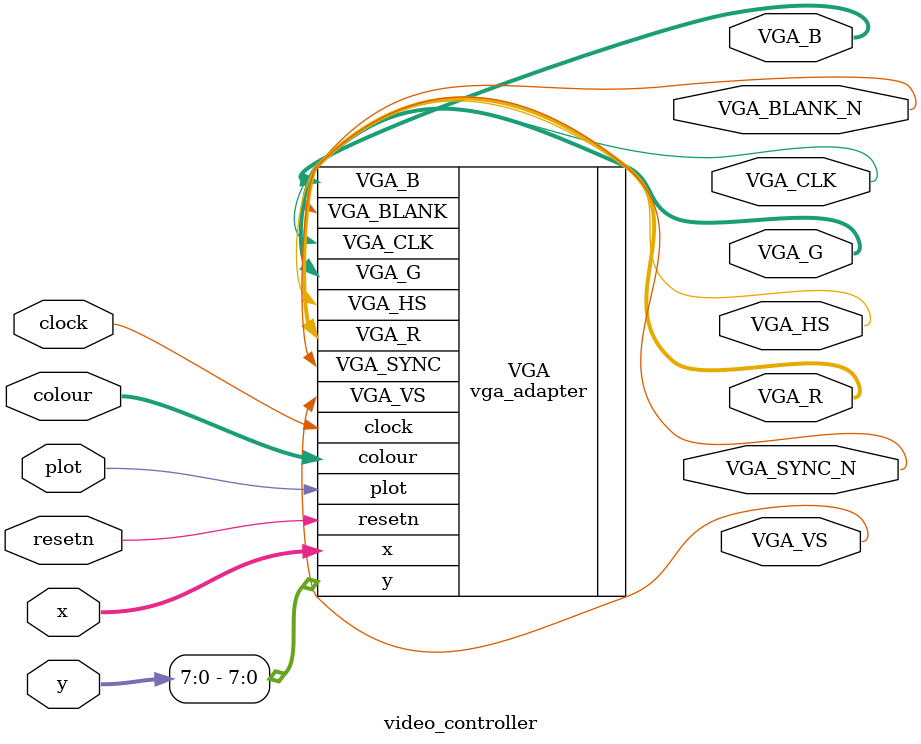
<source format=v>
			
module video_controller(resetn, clock, colour, x, y, plot, VGA_R, VGA_G, VGA_B, VGA_VS, VGA_HS, VGA_BLANK_N, VGA_SYNC_N, VGA_CLK);
	
	input resetn, clock, plot;
	input [11:0] colour;
	input [8:0] x, y;
	
	output			VGA_CLK;
	output			VGA_HS;
	output			VGA_VS;
	output			VGA_BLANK_N;
	output			VGA_SYNC_N;
	output	[7:0]	VGA_R;
	output	[7:0]	VGA_G;
	output	[7:0]	VGA_B;  
	
	vga_adapter VGA(
			.resetn(resetn),
			.clock(clock),
			.colour(colour),
			.x(x),
			.y(y[7:0]),
			.plot(plot),
			.VGA_R(VGA_R),
			.VGA_G(VGA_G),
			.VGA_B(VGA_B),
			.VGA_HS(VGA_HS),
			.VGA_VS(VGA_VS),
			.VGA_BLANK(VGA_BLANK_N),
			.VGA_SYNC(VGA_SYNC_N),
			.VGA_CLK(VGA_CLK));
	defparam VGA.RESOLUTION = "320x240";
	defparam VGA.MONOCHROME = "FALSE";
	defparam VGA.BITS_PER_COLOUR_CHANNEL = 4;
	defparam VGA.BACKGROUND_IMAGE = "black.mif";
	
endmodule


</source>
